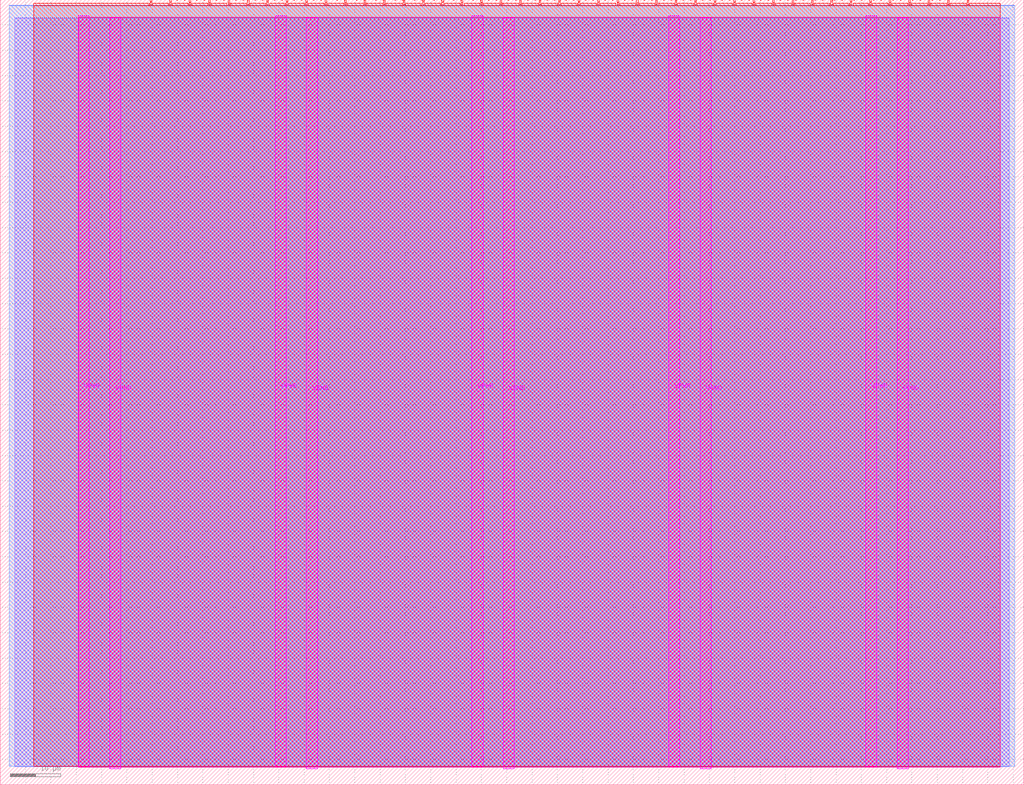
<source format=lef>
VERSION 5.7 ;
  NOWIREEXTENSIONATPIN ON ;
  DIVIDERCHAR "/" ;
  BUSBITCHARS "[]" ;
MACRO tt_um_MichaelBell_photo_frame
  CLASS BLOCK ;
  FOREIGN tt_um_MichaelBell_photo_frame ;
  ORIGIN 0.000 0.000 ;
  SIZE 202.080 BY 154.980 ;
  PIN VGND
    DIRECTION INOUT ;
    USE GROUND ;
    PORT
      LAYER TopMetal1 ;
        RECT 21.580 3.150 23.780 151.420 ;
    END
    PORT
      LAYER TopMetal1 ;
        RECT 60.450 3.150 62.650 151.420 ;
    END
    PORT
      LAYER TopMetal1 ;
        RECT 99.320 3.150 101.520 151.420 ;
    END
    PORT
      LAYER TopMetal1 ;
        RECT 138.190 3.150 140.390 151.420 ;
    END
    PORT
      LAYER TopMetal1 ;
        RECT 177.060 3.150 179.260 151.420 ;
    END
  END VGND
  PIN VPWR
    DIRECTION INOUT ;
    USE POWER ;
    PORT
      LAYER TopMetal1 ;
        RECT 15.380 3.560 17.580 151.830 ;
    END
    PORT
      LAYER TopMetal1 ;
        RECT 54.250 3.560 56.450 151.830 ;
    END
    PORT
      LAYER TopMetal1 ;
        RECT 93.120 3.560 95.320 151.830 ;
    END
    PORT
      LAYER TopMetal1 ;
        RECT 131.990 3.560 134.190 151.830 ;
    END
    PORT
      LAYER TopMetal1 ;
        RECT 170.860 3.560 173.060 151.830 ;
    END
  END VPWR
  PIN clk
    DIRECTION INPUT ;
    USE SIGNAL ;
    ANTENNAGATEAREA 1.450800 ;
    PORT
      LAYER Metal4 ;
        RECT 187.050 153.980 187.350 154.980 ;
    END
  END clk
  PIN ena
    DIRECTION INPUT ;
    USE SIGNAL ;
    PORT
      LAYER Metal4 ;
        RECT 190.890 153.980 191.190 154.980 ;
    END
  END ena
  PIN rst_n
    DIRECTION INPUT ;
    USE SIGNAL ;
    ANTENNAGATEAREA 0.213200 ;
    PORT
      LAYER Metal4 ;
        RECT 183.210 153.980 183.510 154.980 ;
    END
  END rst_n
  PIN ui_in[0]
    DIRECTION INPUT ;
    USE SIGNAL ;
    ANTENNAGATEAREA 0.180700 ;
    PORT
      LAYER Metal4 ;
        RECT 179.370 153.980 179.670 154.980 ;
    END
  END ui_in[0]
  PIN ui_in[1]
    DIRECTION INPUT ;
    USE SIGNAL ;
    ANTENNAGATEAREA 0.180700 ;
    PORT
      LAYER Metal4 ;
        RECT 175.530 153.980 175.830 154.980 ;
    END
  END ui_in[1]
  PIN ui_in[2]
    DIRECTION INPUT ;
    USE SIGNAL ;
    ANTENNAGATEAREA 0.180700 ;
    PORT
      LAYER Metal4 ;
        RECT 171.690 153.980 171.990 154.980 ;
    END
  END ui_in[2]
  PIN ui_in[3]
    DIRECTION INPUT ;
    USE SIGNAL ;
    ANTENNAGATEAREA 0.213200 ;
    PORT
      LAYER Metal4 ;
        RECT 167.850 153.980 168.150 154.980 ;
    END
  END ui_in[3]
  PIN ui_in[4]
    DIRECTION INPUT ;
    USE SIGNAL ;
    ANTENNAGATEAREA 0.180700 ;
    PORT
      LAYER Metal4 ;
        RECT 164.010 153.980 164.310 154.980 ;
    END
  END ui_in[4]
  PIN ui_in[5]
    DIRECTION INPUT ;
    USE SIGNAL ;
    ANTENNAGATEAREA 0.213200 ;
    PORT
      LAYER Metal4 ;
        RECT 160.170 153.980 160.470 154.980 ;
    END
  END ui_in[5]
  PIN ui_in[6]
    DIRECTION INPUT ;
    USE SIGNAL ;
    ANTENNAGATEAREA 0.180700 ;
    PORT
      LAYER Metal4 ;
        RECT 156.330 153.980 156.630 154.980 ;
    END
  END ui_in[6]
  PIN ui_in[7]
    DIRECTION INPUT ;
    USE SIGNAL ;
    ANTENNAGATEAREA 0.180700 ;
    PORT
      LAYER Metal4 ;
        RECT 152.490 153.980 152.790 154.980 ;
    END
  END ui_in[7]
  PIN uio_in[0]
    DIRECTION INPUT ;
    USE SIGNAL ;
    PORT
      LAYER Metal4 ;
        RECT 148.650 153.980 148.950 154.980 ;
    END
  END uio_in[0]
  PIN uio_in[1]
    DIRECTION INPUT ;
    USE SIGNAL ;
    ANTENNAGATEAREA 0.180700 ;
    PORT
      LAYER Metal4 ;
        RECT 144.810 153.980 145.110 154.980 ;
    END
  END uio_in[1]
  PIN uio_in[2]
    DIRECTION INPUT ;
    USE SIGNAL ;
    ANTENNAGATEAREA 0.180700 ;
    PORT
      LAYER Metal4 ;
        RECT 140.970 153.980 141.270 154.980 ;
    END
  END uio_in[2]
  PIN uio_in[3]
    DIRECTION INPUT ;
    USE SIGNAL ;
    ANTENNAGATEAREA 0.180700 ;
    PORT
      LAYER Metal4 ;
        RECT 137.130 153.980 137.430 154.980 ;
    END
  END uio_in[3]
  PIN uio_in[4]
    DIRECTION INPUT ;
    USE SIGNAL ;
    ANTENNAGATEAREA 0.180700 ;
    PORT
      LAYER Metal4 ;
        RECT 133.290 153.980 133.590 154.980 ;
    END
  END uio_in[4]
  PIN uio_in[5]
    DIRECTION INPUT ;
    USE SIGNAL ;
    ANTENNAGATEAREA 0.180700 ;
    PORT
      LAYER Metal4 ;
        RECT 129.450 153.980 129.750 154.980 ;
    END
  END uio_in[5]
  PIN uio_in[6]
    DIRECTION INPUT ;
    USE SIGNAL ;
    PORT
      LAYER Metal4 ;
        RECT 125.610 153.980 125.910 154.980 ;
    END
  END uio_in[6]
  PIN uio_in[7]
    DIRECTION INPUT ;
    USE SIGNAL ;
    PORT
      LAYER Metal4 ;
        RECT 121.770 153.980 122.070 154.980 ;
    END
  END uio_in[7]
  PIN uio_oe[0]
    DIRECTION OUTPUT ;
    USE SIGNAL ;
    ANTENNADIFFAREA 0.708600 ;
    PORT
      LAYER Metal4 ;
        RECT 56.490 153.980 56.790 154.980 ;
    END
  END uio_oe[0]
  PIN uio_oe[1]
    DIRECTION OUTPUT ;
    USE SIGNAL ;
    ANTENNADIFFAREA 0.706800 ;
    PORT
      LAYER Metal4 ;
        RECT 52.650 153.980 52.950 154.980 ;
    END
  END uio_oe[1]
  PIN uio_oe[2]
    DIRECTION OUTPUT ;
    USE SIGNAL ;
    ANTENNADIFFAREA 0.706800 ;
    PORT
      LAYER Metal4 ;
        RECT 48.810 153.980 49.110 154.980 ;
    END
  END uio_oe[2]
  PIN uio_oe[3]
    DIRECTION OUTPUT ;
    USE SIGNAL ;
    ANTENNADIFFAREA 0.972800 ;
    PORT
      LAYER Metal4 ;
        RECT 44.970 153.980 45.270 154.980 ;
    END
  END uio_oe[3]
  PIN uio_oe[4]
    DIRECTION OUTPUT ;
    USE SIGNAL ;
    ANTENNADIFFAREA 0.299200 ;
    PORT
      LAYER Metal4 ;
        RECT 41.130 153.980 41.430 154.980 ;
    END
  END uio_oe[4]
  PIN uio_oe[5]
    DIRECTION OUTPUT ;
    USE SIGNAL ;
    ANTENNADIFFAREA 0.299200 ;
    PORT
      LAYER Metal4 ;
        RECT 37.290 153.980 37.590 154.980 ;
    END
  END uio_oe[5]
  PIN uio_oe[6]
    DIRECTION OUTPUT ;
    USE SIGNAL ;
    ANTENNADIFFAREA 0.708600 ;
    PORT
      LAYER Metal4 ;
        RECT 33.450 153.980 33.750 154.980 ;
    END
  END uio_oe[6]
  PIN uio_oe[7]
    DIRECTION OUTPUT ;
    USE SIGNAL ;
    ANTENNADIFFAREA 0.708600 ;
    PORT
      LAYER Metal4 ;
        RECT 29.610 153.980 29.910 154.980 ;
    END
  END uio_oe[7]
  PIN uio_out[0]
    DIRECTION OUTPUT ;
    USE SIGNAL ;
    ANTENNADIFFAREA 0.708600 ;
    PORT
      LAYER Metal4 ;
        RECT 87.210 153.980 87.510 154.980 ;
    END
  END uio_out[0]
  PIN uio_out[1]
    DIRECTION OUTPUT ;
    USE SIGNAL ;
    ANTENNADIFFAREA 0.677200 ;
    PORT
      LAYER Metal4 ;
        RECT 83.370 153.980 83.670 154.980 ;
    END
  END uio_out[1]
  PIN uio_out[2]
    DIRECTION OUTPUT ;
    USE SIGNAL ;
    ANTENNADIFFAREA 0.662000 ;
    PORT
      LAYER Metal4 ;
        RECT 79.530 153.980 79.830 154.980 ;
    END
  END uio_out[2]
  PIN uio_out[3]
    DIRECTION OUTPUT ;
    USE SIGNAL ;
    ANTENNADIFFAREA 0.662000 ;
    PORT
      LAYER Metal4 ;
        RECT 75.690 153.980 75.990 154.980 ;
    END
  END uio_out[3]
  PIN uio_out[4]
    DIRECTION OUTPUT ;
    USE SIGNAL ;
    ANTENNADIFFAREA 0.632400 ;
    PORT
      LAYER Metal4 ;
        RECT 71.850 153.980 72.150 154.980 ;
    END
  END uio_out[4]
  PIN uio_out[5]
    DIRECTION OUTPUT ;
    USE SIGNAL ;
    ANTENNADIFFAREA 0.632400 ;
    PORT
      LAYER Metal4 ;
        RECT 68.010 153.980 68.310 154.980 ;
    END
  END uio_out[5]
  PIN uio_out[6]
    DIRECTION OUTPUT ;
    USE SIGNAL ;
    ANTENNADIFFAREA 0.392700 ;
    PORT
      LAYER Metal4 ;
        RECT 64.170 153.980 64.470 154.980 ;
    END
  END uio_out[6]
  PIN uio_out[7]
    DIRECTION OUTPUT ;
    USE SIGNAL ;
    ANTENNADIFFAREA 0.392700 ;
    PORT
      LAYER Metal4 ;
        RECT 60.330 153.980 60.630 154.980 ;
    END
  END uio_out[7]
  PIN uo_out[0]
    DIRECTION OUTPUT ;
    USE SIGNAL ;
    ANTENNAGATEAREA 0.180700 ;
    ANTENNADIFFAREA 0.632400 ;
    PORT
      LAYER Metal4 ;
        RECT 117.930 153.980 118.230 154.980 ;
    END
  END uo_out[0]
  PIN uo_out[1]
    DIRECTION OUTPUT ;
    USE SIGNAL ;
    ANTENNAGATEAREA 0.109200 ;
    ANTENNADIFFAREA 0.716100 ;
    PORT
      LAYER Metal4 ;
        RECT 114.090 153.980 114.390 154.980 ;
    END
  END uo_out[1]
  PIN uo_out[2]
    DIRECTION OUTPUT ;
    USE SIGNAL ;
    ANTENNAGATEAREA 0.109200 ;
    ANTENNADIFFAREA 0.716100 ;
    PORT
      LAYER Metal4 ;
        RECT 110.250 153.980 110.550 154.980 ;
    END
  END uo_out[2]
  PIN uo_out[3]
    DIRECTION OUTPUT ;
    USE SIGNAL ;
    ANTENNADIFFAREA 0.708600 ;
    PORT
      LAYER Metal4 ;
        RECT 106.410 153.980 106.710 154.980 ;
    END
  END uo_out[3]
  PIN uo_out[4]
    DIRECTION OUTPUT ;
    USE SIGNAL ;
    ANTENNAGATEAREA 0.109200 ;
    ANTENNADIFFAREA 0.716100 ;
    PORT
      LAYER Metal4 ;
        RECT 102.570 153.980 102.870 154.980 ;
    END
  END uo_out[4]
  PIN uo_out[5]
    DIRECTION OUTPUT ;
    USE SIGNAL ;
    ANTENNAGATEAREA 0.109200 ;
    ANTENNADIFFAREA 0.716100 ;
    PORT
      LAYER Metal4 ;
        RECT 98.730 153.980 99.030 154.980 ;
    END
  END uo_out[5]
  PIN uo_out[6]
    DIRECTION OUTPUT ;
    USE SIGNAL ;
    ANTENNAGATEAREA 0.109200 ;
    ANTENNADIFFAREA 0.716100 ;
    PORT
      LAYER Metal4 ;
        RECT 94.890 153.980 95.190 154.980 ;
    END
  END uo_out[6]
  PIN uo_out[7]
    DIRECTION OUTPUT ;
    USE SIGNAL ;
    ANTENNADIFFAREA 0.708600 ;
    PORT
      LAYER Metal4 ;
        RECT 91.050 153.980 91.350 154.980 ;
    END
  END uo_out[7]
  OBS
      LAYER GatPoly ;
        RECT 2.880 3.630 199.200 151.350 ;
      LAYER Metal1 ;
        RECT 2.880 3.560 199.200 151.420 ;
      LAYER Metal2 ;
        RECT 1.815 3.635 200.265 153.865 ;
      LAYER Metal3 ;
        RECT 1.775 3.680 200.305 153.825 ;
      LAYER Metal4 ;
        RECT 6.620 153.770 29.400 154.240 ;
        RECT 30.120 153.770 33.240 154.240 ;
        RECT 33.960 153.770 37.080 154.240 ;
        RECT 37.800 153.770 40.920 154.240 ;
        RECT 41.640 153.770 44.760 154.240 ;
        RECT 45.480 153.770 48.600 154.240 ;
        RECT 49.320 153.770 52.440 154.240 ;
        RECT 53.160 153.770 56.280 154.240 ;
        RECT 57.000 153.770 60.120 154.240 ;
        RECT 60.840 153.770 63.960 154.240 ;
        RECT 64.680 153.770 67.800 154.240 ;
        RECT 68.520 153.770 71.640 154.240 ;
        RECT 72.360 153.770 75.480 154.240 ;
        RECT 76.200 153.770 79.320 154.240 ;
        RECT 80.040 153.770 83.160 154.240 ;
        RECT 83.880 153.770 87.000 154.240 ;
        RECT 87.720 153.770 90.840 154.240 ;
        RECT 91.560 153.770 94.680 154.240 ;
        RECT 95.400 153.770 98.520 154.240 ;
        RECT 99.240 153.770 102.360 154.240 ;
        RECT 103.080 153.770 106.200 154.240 ;
        RECT 106.920 153.770 110.040 154.240 ;
        RECT 110.760 153.770 113.880 154.240 ;
        RECT 114.600 153.770 117.720 154.240 ;
        RECT 118.440 153.770 121.560 154.240 ;
        RECT 122.280 153.770 125.400 154.240 ;
        RECT 126.120 153.770 129.240 154.240 ;
        RECT 129.960 153.770 133.080 154.240 ;
        RECT 133.800 153.770 136.920 154.240 ;
        RECT 137.640 153.770 140.760 154.240 ;
        RECT 141.480 153.770 144.600 154.240 ;
        RECT 145.320 153.770 148.440 154.240 ;
        RECT 149.160 153.770 152.280 154.240 ;
        RECT 153.000 153.770 156.120 154.240 ;
        RECT 156.840 153.770 159.960 154.240 ;
        RECT 160.680 153.770 163.800 154.240 ;
        RECT 164.520 153.770 167.640 154.240 ;
        RECT 168.360 153.770 171.480 154.240 ;
        RECT 172.200 153.770 175.320 154.240 ;
        RECT 176.040 153.770 179.160 154.240 ;
        RECT 179.880 153.770 183.000 154.240 ;
        RECT 183.720 153.770 186.840 154.240 ;
        RECT 187.560 153.770 190.680 154.240 ;
        RECT 191.400 153.770 197.385 154.240 ;
        RECT 6.620 3.635 197.385 153.770 ;
      LAYER Metal5 ;
        RECT 15.515 3.470 197.425 151.510 ;
  END
END tt_um_MichaelBell_photo_frame
END LIBRARY


</source>
